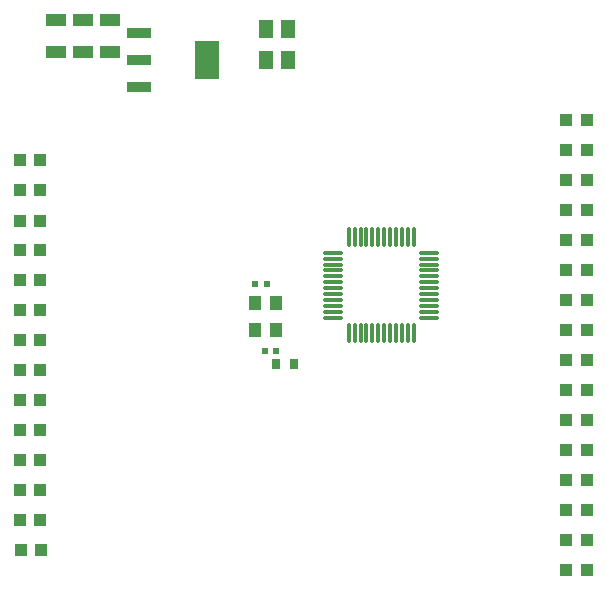
<source format=gtp>
G04*
G04 #@! TF.GenerationSoftware,Altium Limited,Altium Designer,22.3.1 (43)*
G04*
G04 Layer_Color=8421504*
%FSLAX25Y25*%
%MOIN*%
G70*
G04*
G04 #@! TF.SameCoordinates,37EF6849-63C4-43C5-BECF-61DC3FF8894A*
G04*
G04*
G04 #@! TF.FilePolarity,Positive*
G04*
G01*
G75*
%ADD17O,0.07087X0.01181*%
%ADD18O,0.01181X0.07087*%
%ADD19R,0.02756X0.03543*%
%ADD20R,0.02362X0.01968*%
%ADD21R,0.04331X0.05118*%
%ADD22R,0.03937X0.04331*%
%ADD23R,0.06693X0.04331*%
%ADD24R,0.08465X0.03740*%
%ADD25R,0.08465X0.12795*%
%ADD26R,0.05118X0.06299*%
D17*
X127039Y153890D02*
D03*
Y151921D02*
D03*
Y149953D02*
D03*
Y147984D02*
D03*
Y146016D02*
D03*
Y144047D02*
D03*
Y142079D02*
D03*
Y140110D02*
D03*
Y138142D02*
D03*
Y136173D02*
D03*
Y134205D02*
D03*
Y132236D02*
D03*
X158929D02*
D03*
Y134205D02*
D03*
Y136173D02*
D03*
Y138142D02*
D03*
Y140110D02*
D03*
Y142079D02*
D03*
Y144047D02*
D03*
Y146016D02*
D03*
Y147984D02*
D03*
Y149953D02*
D03*
Y151921D02*
D03*
Y153890D02*
D03*
D18*
X132157Y127118D02*
D03*
X134126D02*
D03*
X136094D02*
D03*
X138063D02*
D03*
X140031D02*
D03*
X142000D02*
D03*
X143968D02*
D03*
X145937D02*
D03*
X147905D02*
D03*
X149874D02*
D03*
X151843D02*
D03*
X153811D02*
D03*
Y159008D02*
D03*
X151843D02*
D03*
X149874D02*
D03*
X147905D02*
D03*
X145937D02*
D03*
X143968D02*
D03*
X142000D02*
D03*
X140031D02*
D03*
X138063D02*
D03*
X136094D02*
D03*
X134126D02*
D03*
X132157D02*
D03*
D19*
X113991Y116818D02*
D03*
X108085D02*
D03*
D20*
Y121062D02*
D03*
X104148D02*
D03*
X104935Y143306D02*
D03*
X100998D02*
D03*
D21*
X108085Y128035D02*
D03*
Y137090D02*
D03*
X100998Y128035D02*
D03*
Y137090D02*
D03*
D22*
X29406Y184700D02*
D03*
X22713D02*
D03*
X29406Y174700D02*
D03*
X22713D02*
D03*
X29406Y164500D02*
D03*
X22713D02*
D03*
X29406Y154700D02*
D03*
X22713D02*
D03*
X29406Y144700D02*
D03*
X22713D02*
D03*
X29406Y134700D02*
D03*
X22713D02*
D03*
X29406Y124700D02*
D03*
X22713D02*
D03*
X29406Y114700D02*
D03*
X22713D02*
D03*
X29406Y104700D02*
D03*
X22713D02*
D03*
X29406Y94700D02*
D03*
X22713D02*
D03*
X29406Y84700D02*
D03*
X22713D02*
D03*
X29406Y74700D02*
D03*
X22713D02*
D03*
X29406Y64700D02*
D03*
X22713D02*
D03*
X29546Y54800D02*
D03*
X22853D02*
D03*
X204754Y198200D02*
D03*
X211446D02*
D03*
X204754Y188200D02*
D03*
X211446D02*
D03*
X204754Y178200D02*
D03*
X211446D02*
D03*
X204754Y168300D02*
D03*
X211446D02*
D03*
X204754Y158200D02*
D03*
X211446D02*
D03*
X204754Y148200D02*
D03*
X211446D02*
D03*
X204754Y138200D02*
D03*
X211446D02*
D03*
X204754Y128200D02*
D03*
X211446D02*
D03*
X204754Y118200D02*
D03*
X211446D02*
D03*
X204754Y108200D02*
D03*
X211446D02*
D03*
X204754Y98200D02*
D03*
X211446D02*
D03*
X204754Y88200D02*
D03*
X211446D02*
D03*
X204754Y78200D02*
D03*
X211446D02*
D03*
X204754Y68200D02*
D03*
X211446D02*
D03*
X204754Y58200D02*
D03*
X211446D02*
D03*
X204754Y48000D02*
D03*
X211446D02*
D03*
D23*
X34600Y231430D02*
D03*
Y220800D02*
D03*
X43600Y231430D02*
D03*
Y220800D02*
D03*
X52600Y231430D02*
D03*
Y220800D02*
D03*
D24*
X62165Y209045D02*
D03*
Y227155D02*
D03*
Y218100D02*
D03*
D25*
X85000D02*
D03*
D26*
X112040Y228400D02*
D03*
X104560D02*
D03*
Y218100D02*
D03*
X112040D02*
D03*
M02*

</source>
